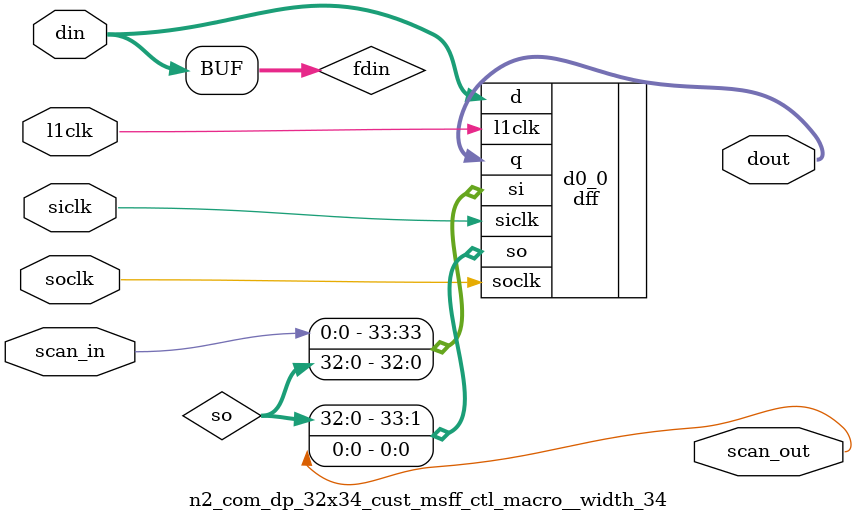
<source format=v>
`define OUTFLOP_n2_com_dp_32x34_cust  TRUE		



module n2_com_dp_32x34_cust (
  wr_adr, 
  wr_en, 
  rd_adr, 
  rd_en, 
  din, 
  dout, 
  rdclk, 
  wrclk, 
  scan_in, 
  tcu_pce_ov, 
  tcu_aclk, 
  tcu_bclk, 
  tcu_array_wr_inhibit, 
  tcu_se_scancollar_in, 
  tcu_se_scancollar_out, 
  bist_clk_mux_sel, 
  rd_pce, 
  wr_pce, 
  scan_out);
wire rd_lce;
wire wr_lce;
wire rdclk_in;
wire wrclk_in;
wire rdclk_free;
wire wrclk_free;
wire rdclk_out;
wire dff_wr_addr_scanin;
wire dff_wr_addr_scanout;
wire [4:0] wr_adr_d1;
wire [4:1] dff_rd_addr_scan;
wire dff_rd_addr_scanin;
wire dff_rd_addr_scanout;
wire [4:0] rd_adr_d1;
wire [4:0] rd_adr_mq_l_unused;
wire [4:0] rd_adr_q_unused;
wire [4:0] rd_adr_q_l_unused;
wire dff_rd_en_scanin;
wire dff_rd_en_scanout;
wire rd_en_d1;
wire rd_en_mq_l_unused;
wire rd_en_q_unused;
wire rd_en_q_l_unused;
wire dff_wr_en_scanin;
wire dff_wr_en_scanout;
wire wr_en_d1;
wire [16:1] dff_din_hi_scan;
wire dff_din_hi_scanin;
wire dff_din_hi_scanout;
wire [33:0] din_d1;
wire [16:1] dff_din_lo_scan;
wire dff_din_lo_scanin;
wire dff_din_lo_scanout;
wire wr_inh_;
wire rd_en_d1_qual;
wire wr_en_d1_qual;
wire [33:0] local_dout;
wire dff_dout_scanin;
wire dff_dout_scanout;
		
input	[4:0]	wr_adr;
input			wr_en;
input	[4:0]	rd_adr;
input			rd_en;
input	[33:0] 	din;
output	[33:0]	dout;
input		rdclk;
input		wrclk;
input		scan_in;
input		tcu_pce_ov;
input		tcu_aclk;
input		tcu_bclk;
input		tcu_array_wr_inhibit;
input		tcu_se_scancollar_in;

input		tcu_se_scancollar_out;

input		bist_clk_mux_sel;
input		rd_pce;
input		wr_pce;
output		scan_out;

// synopsys translate_off

wire pce_ov	= tcu_pce_ov;
wire siclk	= tcu_aclk;
wire soclk	= tcu_bclk;
//================================================
// Clock headers
//================================================
cl_mc1_bistlatch_4x rd_pce_lat (
	.l2clk	(rdclk),
	.pce	(rd_pce),
	.pce_ov	(pce_ov),
	.lce	(rd_lce)
);
cl_mc1_bistlatch_4x wr_pce_lat (
	.l2clk	(wrclk),
	.pce	(wr_pce),
	.pce_ov	(pce_ov),
	.lce	(wr_lce)
);
cl_mc1_bistl1hdr_8x rch_in (
        .l2clk  (rdclk), 
        .se     (tcu_se_scancollar_in),
	.clksel	(bist_clk_mux_sel),
	.bistclk(rdclk),
	.lce	(rd_lce),
        .l1clk  (rdclk_in)
);
cl_mc1_bistl1hdr_8x wch_in (
        .l2clk  (wrclk), 
        .se     (tcu_se_scancollar_in),
	.clksel	(bist_clk_mux_sel),
	.bistclk(rdclk),
	.lce	(wr_lce),
        .l1clk  (wrclk_in)
);
cl_mc1_bistl1hdr_8x rch_free (
        .l2clk  (rdclk), 
        .se     (1'b0),
	.clksel	(bist_clk_mux_sel),
	.bistclk(rdclk),
	.lce	(rd_lce),
        .l1clk  (rdclk_free)
);
cl_mc1_bistl1hdr_8x wch_free (
        .l2clk  (wrclk), 
        .se     (1'b0),
	.clksel	(bist_clk_mux_sel),
	.bistclk(rdclk),
	.lce	(wr_lce),
        .l1clk  (wrclk_free)
);

cl_mc1_bistl1hdr_8x rch_out (
        .l2clk  (rdclk), 
        .se     (tcu_se_scancollar_out),
	.clksel	(bist_clk_mux_sel),
	.bistclk(rdclk),
	.lce	(rd_lce),
        .l1clk  (rdclk_out)
);

///////////////////////////////////////////////////////////////
// Flop the inputs                                           //
///////////////////////////////////////////////////////////////
n2_com_dp_32x34_cust_msff_ctl_macro__width_5 dff_wr_addr  (
	.scan_in	(dff_wr_addr_scanin),
	.scan_out	(dff_wr_addr_scanout),
	.l1clk		(wrclk_in),
	.din		(wr_adr[4:0]),
	.dout		(wr_adr_d1[4:0]),
  .siclk(siclk),
  .soclk(soclk)
);
n2_com_dp_32x34_cust_sram_msff_mo_macro__fs_1__width_5 dff_rd_addr   (
	.scan_in	({dff_rd_addr_scan[4:1],dff_rd_addr_scanin}),
	.scan_out	({dff_rd_addr_scanout,dff_rd_addr_scan[4:1]}),
	.l1clk		(rdclk_in),
	.and_clk	(rdclk_in),
	.d		(rd_adr[4:0]),
	.mq		(rd_adr_d1[4:0]),
	.mq_l		(rd_adr_mq_l_unused[4:0]),
	.q		(rd_adr_q_unused[4:0]),
	.q_l		(rd_adr_q_l_unused[4:0]),
  .siclk(siclk),
  .soclk(soclk)
);
n2_com_dp_32x34_cust_sram_msff_mo_macro__width_1 dff_rd_en  (
	.scan_in	(dff_rd_en_scanin),
	.scan_out	(dff_rd_en_scanout),
	.l1clk		(rdclk_in),
	.and_clk	(rdclk_in),
	.d		(rd_en),
	.mq		(rd_en_d1),
	.mq_l		(rd_en_mq_l_unused),
	.q		(rd_en_q_unused),
	.q_l		(rd_en_q_l_unused),
  .siclk(siclk),
  .soclk(soclk)
);
n2_com_dp_32x34_cust_msff_ctl_macro__width_1 dff_wr_en  (
	.scan_in	(dff_wr_en_scanin),
	.scan_out	(dff_wr_en_scanout),
	.l1clk		(wrclk_in),
	.din		(wr_en),
	.dout		(wr_en_d1),
  .siclk(siclk),
  .soclk(soclk)
);
n2_com_dp_32x34_cust_msff_ctl_macro__fs_1__width_17 dff_din_hi   (
	.scan_in	({dff_din_hi_scan[16:1],dff_din_hi_scanin}),
	.scan_out	({dff_din_hi_scanout,dff_din_hi_scan[16:1]}),
	.l1clk		(wrclk_in),
	.din		(din[33:17]),
	.dout		(din_d1[33:17]),
  .siclk(siclk),
  .soclk(soclk)
);
n2_com_dp_32x34_cust_msff_ctl_macro__fs_1__width_17 dff_din_lo   (
	.scan_in	({dff_din_lo_scan[16:1],dff_din_lo_scanin}),
	.scan_out	({dff_din_lo_scanout,dff_din_lo_scan[16:1]}),
	.l1clk		(wrclk_in),
	.din		(din[16:0]),
	.dout		(din_d1[16:0]),
  .siclk(siclk),
  .soclk(soclk)
);
n2_com_dp_32x34_cust_inv_macro__width_1 wr_inh_inv  (
	.din		(tcu_array_wr_inhibit),
	.dout		(wr_inh_)
);
n2_com_dp_32x34_cust_and_macro__width_2 enable_qual  (
	.din0		({2{wr_inh_}}),
	.din1		({rd_en_d1,wr_en_d1}),
	.dout		({rd_en_d1_qual,wr_en_d1_qual})
);
n2_com_dp_32x34_cust_n2_com_array_macro__rows_32__width_34__z_array array    (
	.rclk	(rdclk_free),
	.wclk	(wrclk_free),
	.wr_adr (wr_adr_d1[4:0]),
	.wr_en	(wr_en_d1_qual),
	.rd_adr (rd_adr_d1[4:0]),
	.rd_en	(rd_en_d1_qual),
	.din	(din_d1[33:0]),
	.dout	(local_dout[33:0])
);

n2_com_dp_32x34_cust_msff_ctl_macro__width_34 dff_dout  (
	.scan_in	(dff_dout_scanin),
	.scan_out	(dff_dout_scanout),
	.l1clk		(rdclk_out),
	.din		(local_dout[33:0]),
	.dout		(dout[33:0]),
  .siclk(siclk),
  .soclk(soclk)
);


supply0 vss;
supply1 vdd;

// fixscan start:
assign dff_wr_addr_scanin         = scan_in                  ;
assign dff_rd_addr_scanin         = dff_wr_addr_scanout      ;
assign dff_wr_en_scanin           = dff_rd_addr_scanout      ;
assign dff_rd_en_scanin           = dff_wr_en_scanout        ;
assign dff_din_lo_scanin          = dff_rd_en_scanout        ;
assign dff_din_hi_scanin          = dff_din_lo_scanout       ;
assign dff_dout_scanin            = dff_din_hi_scanout       ;
assign scan_out                   = dff_dout_scanout         ;
// fixscan end:

// synopsys translate_on

endmodule







// any PARAMS parms go into naming of macro

module n2_com_dp_32x34_cust_msff_ctl_macro__width_5 (
  din, 
  l1clk, 
  scan_in, 
  siclk, 
  soclk, 
  dout, 
  scan_out);
wire [4:0] fdin;
wire [3:0] so;

  input [4:0] din;
  input l1clk;
  input scan_in;


  input siclk;
  input soclk;

  output [4:0] dout;
  output scan_out;
assign fdin[4:0] = din[4:0];






dff /*#(5)*/  d0_0 (
.l1clk(l1clk),
.siclk(siclk),
.soclk(soclk),
.d(fdin[4:0]),
.si({scan_in,so[3:0]}),
.so({so[3:0],scan_out}),
.q(dout[4:0])
);












endmodule









//
//   macro for cl_mc1_sram_msff_mo_{16,8,4}x flops
//
//





module n2_com_dp_32x34_cust_sram_msff_mo_macro__fs_1__width_5 (
  d, 
  scan_in, 
  l1clk, 
  and_clk, 
  siclk, 
  soclk, 
  mq, 
  mq_l, 
  scan_out, 
  q, 
  q_l);
input [4:0] d;
  input [4:0] scan_in;
input l1clk;
input and_clk;
input siclk;
input soclk;
output [4:0] mq;
output [4:0] mq_l;
  output [4:0] scan_out;
output [4:0] q;
output [4:0] q_l;






new_dlata /*#(5)*/  d0_0 (
.d(d[4:0]),
.si(scan_in[4:0]),
.so(scan_out[4:0]),
.l1clk(l1clk),
.and_clk(and_clk),
.siclk(siclk),
.soclk(soclk),
.q(q[4:0]),
.q_l(q_l[4:0]),
.mq(mq[4:0]),
.mq_l(mq_l[4:0])
);










//place::generic_place($width,$stack,$left);

endmodule





//
//   macro for cl_mc1_sram_msff_mo_{16,8,4}x flops
//
//





module n2_com_dp_32x34_cust_sram_msff_mo_macro__width_1 (
  d, 
  scan_in, 
  l1clk, 
  and_clk, 
  siclk, 
  soclk, 
  mq, 
  mq_l, 
  scan_out, 
  q, 
  q_l);
input [0:0] d;
  input scan_in;
input l1clk;
input and_clk;
input siclk;
input soclk;
output [0:0] mq;
output [0:0] mq_l;
  output scan_out;
output [0:0] q;
output [0:0] q_l;






new_dlata /*#(1)*/  d0_0 (
.d(d[0:0]),
.si(scan_in),
.so(scan_out),
.l1clk(l1clk),
.and_clk(and_clk),
.siclk(siclk),
.soclk(soclk),
.q(q[0:0]),
.q_l(q_l[0:0]),
.mq(mq[0:0]),
.mq_l(mq_l[0:0])
);










//place::generic_place($width,$stack,$left);

endmodule









// any PARAMS parms go into naming of macro

module n2_com_dp_32x34_cust_msff_ctl_macro__width_1 (
  din, 
  l1clk, 
  scan_in, 
  siclk, 
  soclk, 
  dout, 
  scan_out);
wire [0:0] fdin;

  input [0:0] din;
  input l1clk;
  input scan_in;


  input siclk;
  input soclk;

  output [0:0] dout;
  output scan_out;
assign fdin[0:0] = din[0:0];






dff /*#(1)*/  d0_0 (
.l1clk(l1clk),
.siclk(siclk),
.soclk(soclk),
.d(fdin[0:0]),
.si(scan_in),
.so(scan_out),
.q(dout[0:0])
);












endmodule













// any PARAMS parms go into naming of macro

module n2_com_dp_32x34_cust_msff_ctl_macro__fs_1__width_17 (
  din, 
  l1clk, 
  scan_in, 
  siclk, 
  soclk, 
  dout, 
  scan_out);
wire [16:0] fdin;

  input [16:0] din;
  input l1clk;
  input [16:0] scan_in;


  input siclk;
  input soclk;

  output [16:0] dout;
  output [16:0] scan_out;
assign fdin[16:0] = din[16:0];






dff /*#(17)*/  d0_0 (
.l1clk(l1clk),
.siclk(siclk),
.soclk(soclk),
.d(fdin[16:0]),
.si(scan_in[16:0]),
.so(scan_out[16:0]),
.q(dout[16:0])
);












endmodule









//
//   invert macro
//
//





module n2_com_dp_32x34_cust_inv_macro__width_1 (
  din, 
  dout);
  input [0:0] din;
  output [0:0] dout;






inv /*#(1)*/  d0_0 (
.in(din[0:0]),
.out(dout[0:0])
);









endmodule





//  
//   and macro for ports = 2,3,4
//
//





module n2_com_dp_32x34_cust_and_macro__width_2 (
  din0, 
  din1, 
  dout);
  input [1:0] din0;
  input [1:0] din1;
  output [1:0] dout;






and2 /*#(2)*/  d0_0 (
.in0(din0[1:0]),
.in1(din1[1:0]),
.out(dout[1:0])
);









endmodule










module n2_com_dp_32x34_cust_n2_com_array_macro__rows_32__width_34__z_array (
  rclk, 
  wclk, 
  rd_adr, 
  rd_en, 
  wr_en, 
  wr_adr, 
  din, 
  dout);

input		rclk;
input		wclk;
input	[4:0]	rd_adr;
input		rd_en;
input		wr_en;
input	[4:0]	wr_adr;
input	[34-1:0]	din;
output	[34-1:0]	dout; 



reg	[34-1:0]	mem[32-1:0];
reg	[34-1:0]	local_dout;

`ifndef NOINITMEM
// Emulate reset
integer i;
initial begin
 for (i=0; i<32; i=i+1) begin
   mem[i] = 34'b0;
 end
 local_dout = 34'b0;
end
`endif
//////////////////////
// Read/write array
//////////////////////
always @(negedge wclk) begin
   if (wr_en) begin
       mem[wr_adr] <= din;


   end
end
always @(rclk or rd_en or wr_en or rd_adr or wr_adr) begin
   if (rclk) begin
     if (rd_en) begin
         if (wr_en & (wr_adr[4:0] == rd_adr[4:0]))
             local_dout[34-1:0] <= 34'hx;
         else
             local_dout[34-1:0] <= mem[rd_adr] ;
     end
     else
             local_dout[34-1:0] <= ~(34'h0);
  end
end
assign dout[34-1:0] = local_dout[34-1:0];
supply0 vss;
supply1 vdd;




endmodule 






// any PARAMS parms go into naming of macro

module n2_com_dp_32x34_cust_msff_ctl_macro__width_34 (
  din, 
  l1clk, 
  scan_in, 
  siclk, 
  soclk, 
  dout, 
  scan_out);
wire [33:0] fdin;
wire [32:0] so;

  input [33:0] din;
  input l1clk;
  input scan_in;


  input siclk;
  input soclk;

  output [33:0] dout;
  output scan_out;
assign fdin[33:0] = din[33:0];






dff /*#(34)*/  d0_0 (
.l1clk(l1clk),
.siclk(siclk),
.soclk(soclk),
.d(fdin[33:0]),
.si({scan_in,so[32:0]}),
.so({so[32:0],scan_out}),
.q(dout[33:0])
);












endmodule









</source>
